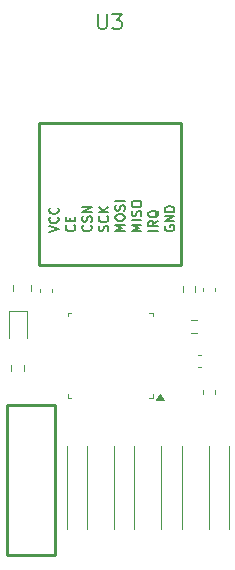
<source format=gbr>
%TF.GenerationSoftware,KiCad,Pcbnew,9.0.3*%
%TF.CreationDate,2025-07-11T23:11:04-05:00*%
%TF.ProjectId,Watch_PCB,57617463-685f-4504-9342-2e6b69636164,rev?*%
%TF.SameCoordinates,Original*%
%TF.FileFunction,Legend,Top*%
%TF.FilePolarity,Positive*%
%FSLAX46Y46*%
G04 Gerber Fmt 4.6, Leading zero omitted, Abs format (unit mm)*
G04 Created by KiCad (PCBNEW 9.0.3) date 2025-07-11 23:11:04*
%MOMM*%
%LPD*%
G01*
G04 APERTURE LIST*
%ADD10C,0.150000*%
%ADD11C,0.160000*%
%ADD12C,0.120000*%
%ADD13C,0.254000*%
G04 APERTURE END LIST*
D10*
X60032380Y-40809726D02*
X60032380Y-41837821D01*
X60032380Y-41837821D02*
X60092857Y-41958773D01*
X60092857Y-41958773D02*
X60153333Y-42019250D01*
X60153333Y-42019250D02*
X60274285Y-42079726D01*
X60274285Y-42079726D02*
X60516190Y-42079726D01*
X60516190Y-42079726D02*
X60637142Y-42019250D01*
X60637142Y-42019250D02*
X60697619Y-41958773D01*
X60697619Y-41958773D02*
X60758095Y-41837821D01*
X60758095Y-41837821D02*
X60758095Y-40809726D01*
X61241904Y-40809726D02*
X62028095Y-40809726D01*
X62028095Y-40809726D02*
X61604761Y-41293535D01*
X61604761Y-41293535D02*
X61786190Y-41293535D01*
X61786190Y-41293535D02*
X61907142Y-41354011D01*
X61907142Y-41354011D02*
X61967618Y-41414488D01*
X61967618Y-41414488D02*
X62028095Y-41535440D01*
X62028095Y-41535440D02*
X62028095Y-41837821D01*
X62028095Y-41837821D02*
X61967618Y-41958773D01*
X61967618Y-41958773D02*
X61907142Y-42019250D01*
X61907142Y-42019250D02*
X61786190Y-42079726D01*
X61786190Y-42079726D02*
X61423333Y-42079726D01*
X61423333Y-42079726D02*
X61302380Y-42019250D01*
X61302380Y-42019250D02*
X61241904Y-41958773D01*
D11*
X63691175Y-59165760D02*
X62891175Y-59165760D01*
X62891175Y-59165760D02*
X63462603Y-58899094D01*
X63462603Y-58899094D02*
X62891175Y-58632427D01*
X62891175Y-58632427D02*
X63691175Y-58632427D01*
X63691175Y-58251474D02*
X62891175Y-58251474D01*
X63653080Y-57908618D02*
X63691175Y-57794332D01*
X63691175Y-57794332D02*
X63691175Y-57603856D01*
X63691175Y-57603856D02*
X63653080Y-57527665D01*
X63653080Y-57527665D02*
X63614984Y-57489570D01*
X63614984Y-57489570D02*
X63538794Y-57451475D01*
X63538794Y-57451475D02*
X63462603Y-57451475D01*
X63462603Y-57451475D02*
X63386413Y-57489570D01*
X63386413Y-57489570D02*
X63348318Y-57527665D01*
X63348318Y-57527665D02*
X63310222Y-57603856D01*
X63310222Y-57603856D02*
X63272127Y-57756237D01*
X63272127Y-57756237D02*
X63234032Y-57832427D01*
X63234032Y-57832427D02*
X63195937Y-57870522D01*
X63195937Y-57870522D02*
X63119746Y-57908618D01*
X63119746Y-57908618D02*
X63043556Y-57908618D01*
X63043556Y-57908618D02*
X62967365Y-57870522D01*
X62967365Y-57870522D02*
X62929270Y-57832427D01*
X62929270Y-57832427D02*
X62891175Y-57756237D01*
X62891175Y-57756237D02*
X62891175Y-57565760D01*
X62891175Y-57565760D02*
X62929270Y-57451475D01*
X62891175Y-56956236D02*
X62891175Y-56803855D01*
X62891175Y-56803855D02*
X62929270Y-56727665D01*
X62929270Y-56727665D02*
X63005460Y-56651474D01*
X63005460Y-56651474D02*
X63157841Y-56613379D01*
X63157841Y-56613379D02*
X63424508Y-56613379D01*
X63424508Y-56613379D02*
X63576889Y-56651474D01*
X63576889Y-56651474D02*
X63653080Y-56727665D01*
X63653080Y-56727665D02*
X63691175Y-56803855D01*
X63691175Y-56803855D02*
X63691175Y-56956236D01*
X63691175Y-56956236D02*
X63653080Y-57032427D01*
X63653080Y-57032427D02*
X63576889Y-57108617D01*
X63576889Y-57108617D02*
X63424508Y-57146713D01*
X63424508Y-57146713D02*
X63157841Y-57146713D01*
X63157841Y-57146713D02*
X63005460Y-57108617D01*
X63005460Y-57108617D02*
X62929270Y-57032427D01*
X62929270Y-57032427D02*
X62891175Y-56956236D01*
X65091275Y-59165760D02*
X64291275Y-59165760D01*
X65091275Y-58327665D02*
X64710322Y-58594332D01*
X65091275Y-58784808D02*
X64291275Y-58784808D01*
X64291275Y-58784808D02*
X64291275Y-58480046D01*
X64291275Y-58480046D02*
X64329370Y-58403856D01*
X64329370Y-58403856D02*
X64367465Y-58365761D01*
X64367465Y-58365761D02*
X64443656Y-58327665D01*
X64443656Y-58327665D02*
X64557941Y-58327665D01*
X64557941Y-58327665D02*
X64634132Y-58365761D01*
X64634132Y-58365761D02*
X64672227Y-58403856D01*
X64672227Y-58403856D02*
X64710322Y-58480046D01*
X64710322Y-58480046D02*
X64710322Y-58784808D01*
X65167465Y-57451475D02*
X65129370Y-57527665D01*
X65129370Y-57527665D02*
X65053180Y-57603856D01*
X65053180Y-57603856D02*
X64938894Y-57718142D01*
X64938894Y-57718142D02*
X64900799Y-57794332D01*
X64900799Y-57794332D02*
X64900799Y-57870523D01*
X65091275Y-57832427D02*
X65053180Y-57908618D01*
X65053180Y-57908618D02*
X64976989Y-57984808D01*
X64976989Y-57984808D02*
X64824608Y-58022904D01*
X64824608Y-58022904D02*
X64557941Y-58022904D01*
X64557941Y-58022904D02*
X64405560Y-57984808D01*
X64405560Y-57984808D02*
X64329370Y-57908618D01*
X64329370Y-57908618D02*
X64291275Y-57832427D01*
X64291275Y-57832427D02*
X64291275Y-57680046D01*
X64291275Y-57680046D02*
X64329370Y-57603856D01*
X64329370Y-57603856D02*
X64405560Y-57527665D01*
X64405560Y-57527665D02*
X64557941Y-57489570D01*
X64557941Y-57489570D02*
X64824608Y-57489570D01*
X64824608Y-57489570D02*
X64976989Y-57527665D01*
X64976989Y-57527665D02*
X65053180Y-57603856D01*
X65053180Y-57603856D02*
X65091275Y-57680046D01*
X65091275Y-57680046D02*
X65091275Y-57832427D01*
X55891175Y-59280046D02*
X56691175Y-59013379D01*
X56691175Y-59013379D02*
X55891175Y-58746713D01*
X56614984Y-58022903D02*
X56653080Y-58060999D01*
X56653080Y-58060999D02*
X56691175Y-58175284D01*
X56691175Y-58175284D02*
X56691175Y-58251475D01*
X56691175Y-58251475D02*
X56653080Y-58365761D01*
X56653080Y-58365761D02*
X56576889Y-58441951D01*
X56576889Y-58441951D02*
X56500699Y-58480046D01*
X56500699Y-58480046D02*
X56348318Y-58518142D01*
X56348318Y-58518142D02*
X56234032Y-58518142D01*
X56234032Y-58518142D02*
X56081651Y-58480046D01*
X56081651Y-58480046D02*
X56005460Y-58441951D01*
X56005460Y-58441951D02*
X55929270Y-58365761D01*
X55929270Y-58365761D02*
X55891175Y-58251475D01*
X55891175Y-58251475D02*
X55891175Y-58175284D01*
X55891175Y-58175284D02*
X55929270Y-58060999D01*
X55929270Y-58060999D02*
X55967365Y-58022903D01*
X56614984Y-57222903D02*
X56653080Y-57260999D01*
X56653080Y-57260999D02*
X56691175Y-57375284D01*
X56691175Y-57375284D02*
X56691175Y-57451475D01*
X56691175Y-57451475D02*
X56653080Y-57565761D01*
X56653080Y-57565761D02*
X56576889Y-57641951D01*
X56576889Y-57641951D02*
X56500699Y-57680046D01*
X56500699Y-57680046D02*
X56348318Y-57718142D01*
X56348318Y-57718142D02*
X56234032Y-57718142D01*
X56234032Y-57718142D02*
X56081651Y-57680046D01*
X56081651Y-57680046D02*
X56005460Y-57641951D01*
X56005460Y-57641951D02*
X55929270Y-57565761D01*
X55929270Y-57565761D02*
X55891175Y-57451475D01*
X55891175Y-57451475D02*
X55891175Y-57375284D01*
X55891175Y-57375284D02*
X55929270Y-57260999D01*
X55929270Y-57260999D02*
X55967365Y-57222903D01*
X65729370Y-58746713D02*
X65691275Y-58822903D01*
X65691275Y-58822903D02*
X65691275Y-58937189D01*
X65691275Y-58937189D02*
X65729370Y-59051475D01*
X65729370Y-59051475D02*
X65805560Y-59127665D01*
X65805560Y-59127665D02*
X65881751Y-59165760D01*
X65881751Y-59165760D02*
X66034132Y-59203856D01*
X66034132Y-59203856D02*
X66148418Y-59203856D01*
X66148418Y-59203856D02*
X66300799Y-59165760D01*
X66300799Y-59165760D02*
X66376989Y-59127665D01*
X66376989Y-59127665D02*
X66453180Y-59051475D01*
X66453180Y-59051475D02*
X66491275Y-58937189D01*
X66491275Y-58937189D02*
X66491275Y-58860998D01*
X66491275Y-58860998D02*
X66453180Y-58746713D01*
X66453180Y-58746713D02*
X66415084Y-58708617D01*
X66415084Y-58708617D02*
X66148418Y-58708617D01*
X66148418Y-58708617D02*
X66148418Y-58860998D01*
X66491275Y-58365760D02*
X65691275Y-58365760D01*
X65691275Y-58365760D02*
X66491275Y-57908617D01*
X66491275Y-57908617D02*
X65691275Y-57908617D01*
X66491275Y-57527665D02*
X65691275Y-57527665D01*
X65691275Y-57527665D02*
X65691275Y-57337189D01*
X65691275Y-57337189D02*
X65729370Y-57222903D01*
X65729370Y-57222903D02*
X65805560Y-57146713D01*
X65805560Y-57146713D02*
X65881751Y-57108618D01*
X65881751Y-57108618D02*
X66034132Y-57070522D01*
X66034132Y-57070522D02*
X66148418Y-57070522D01*
X66148418Y-57070522D02*
X66300799Y-57108618D01*
X66300799Y-57108618D02*
X66376989Y-57146713D01*
X66376989Y-57146713D02*
X66453180Y-57222903D01*
X66453180Y-57222903D02*
X66491275Y-57337189D01*
X66491275Y-57337189D02*
X66491275Y-57527665D01*
X58015084Y-58708617D02*
X58053180Y-58746713D01*
X58053180Y-58746713D02*
X58091275Y-58860998D01*
X58091275Y-58860998D02*
X58091275Y-58937189D01*
X58091275Y-58937189D02*
X58053180Y-59051475D01*
X58053180Y-59051475D02*
X57976989Y-59127665D01*
X57976989Y-59127665D02*
X57900799Y-59165760D01*
X57900799Y-59165760D02*
X57748418Y-59203856D01*
X57748418Y-59203856D02*
X57634132Y-59203856D01*
X57634132Y-59203856D02*
X57481751Y-59165760D01*
X57481751Y-59165760D02*
X57405560Y-59127665D01*
X57405560Y-59127665D02*
X57329370Y-59051475D01*
X57329370Y-59051475D02*
X57291275Y-58937189D01*
X57291275Y-58937189D02*
X57291275Y-58860998D01*
X57291275Y-58860998D02*
X57329370Y-58746713D01*
X57329370Y-58746713D02*
X57367465Y-58708617D01*
X57672227Y-58365760D02*
X57672227Y-58099094D01*
X58091275Y-57984808D02*
X58091275Y-58365760D01*
X58091275Y-58365760D02*
X57291275Y-58365760D01*
X57291275Y-58365760D02*
X57291275Y-57984808D01*
X62291375Y-59165760D02*
X61491375Y-59165760D01*
X61491375Y-59165760D02*
X62062803Y-58899094D01*
X62062803Y-58899094D02*
X61491375Y-58632427D01*
X61491375Y-58632427D02*
X62291375Y-58632427D01*
X61491375Y-58099093D02*
X61491375Y-57946712D01*
X61491375Y-57946712D02*
X61529470Y-57870522D01*
X61529470Y-57870522D02*
X61605660Y-57794331D01*
X61605660Y-57794331D02*
X61758041Y-57756236D01*
X61758041Y-57756236D02*
X62024708Y-57756236D01*
X62024708Y-57756236D02*
X62177089Y-57794331D01*
X62177089Y-57794331D02*
X62253280Y-57870522D01*
X62253280Y-57870522D02*
X62291375Y-57946712D01*
X62291375Y-57946712D02*
X62291375Y-58099093D01*
X62291375Y-58099093D02*
X62253280Y-58175284D01*
X62253280Y-58175284D02*
X62177089Y-58251474D01*
X62177089Y-58251474D02*
X62024708Y-58289570D01*
X62024708Y-58289570D02*
X61758041Y-58289570D01*
X61758041Y-58289570D02*
X61605660Y-58251474D01*
X61605660Y-58251474D02*
X61529470Y-58175284D01*
X61529470Y-58175284D02*
X61491375Y-58099093D01*
X62253280Y-57451475D02*
X62291375Y-57337189D01*
X62291375Y-57337189D02*
X62291375Y-57146713D01*
X62291375Y-57146713D02*
X62253280Y-57070522D01*
X62253280Y-57070522D02*
X62215184Y-57032427D01*
X62215184Y-57032427D02*
X62138994Y-56994332D01*
X62138994Y-56994332D02*
X62062803Y-56994332D01*
X62062803Y-56994332D02*
X61986613Y-57032427D01*
X61986613Y-57032427D02*
X61948518Y-57070522D01*
X61948518Y-57070522D02*
X61910422Y-57146713D01*
X61910422Y-57146713D02*
X61872327Y-57299094D01*
X61872327Y-57299094D02*
X61834232Y-57375284D01*
X61834232Y-57375284D02*
X61796137Y-57413379D01*
X61796137Y-57413379D02*
X61719946Y-57451475D01*
X61719946Y-57451475D02*
X61643756Y-57451475D01*
X61643756Y-57451475D02*
X61567565Y-57413379D01*
X61567565Y-57413379D02*
X61529470Y-57375284D01*
X61529470Y-57375284D02*
X61491375Y-57299094D01*
X61491375Y-57299094D02*
X61491375Y-57108617D01*
X61491375Y-57108617D02*
X61529470Y-56994332D01*
X62291375Y-56651474D02*
X61491375Y-56651474D01*
X59415084Y-58708617D02*
X59453180Y-58746713D01*
X59453180Y-58746713D02*
X59491275Y-58860998D01*
X59491275Y-58860998D02*
X59491275Y-58937189D01*
X59491275Y-58937189D02*
X59453180Y-59051475D01*
X59453180Y-59051475D02*
X59376989Y-59127665D01*
X59376989Y-59127665D02*
X59300799Y-59165760D01*
X59300799Y-59165760D02*
X59148418Y-59203856D01*
X59148418Y-59203856D02*
X59034132Y-59203856D01*
X59034132Y-59203856D02*
X58881751Y-59165760D01*
X58881751Y-59165760D02*
X58805560Y-59127665D01*
X58805560Y-59127665D02*
X58729370Y-59051475D01*
X58729370Y-59051475D02*
X58691275Y-58937189D01*
X58691275Y-58937189D02*
X58691275Y-58860998D01*
X58691275Y-58860998D02*
X58729370Y-58746713D01*
X58729370Y-58746713D02*
X58767465Y-58708617D01*
X59453180Y-58403856D02*
X59491275Y-58289570D01*
X59491275Y-58289570D02*
X59491275Y-58099094D01*
X59491275Y-58099094D02*
X59453180Y-58022903D01*
X59453180Y-58022903D02*
X59415084Y-57984808D01*
X59415084Y-57984808D02*
X59338894Y-57946713D01*
X59338894Y-57946713D02*
X59262703Y-57946713D01*
X59262703Y-57946713D02*
X59186513Y-57984808D01*
X59186513Y-57984808D02*
X59148418Y-58022903D01*
X59148418Y-58022903D02*
X59110322Y-58099094D01*
X59110322Y-58099094D02*
X59072227Y-58251475D01*
X59072227Y-58251475D02*
X59034132Y-58327665D01*
X59034132Y-58327665D02*
X58996037Y-58365760D01*
X58996037Y-58365760D02*
X58919846Y-58403856D01*
X58919846Y-58403856D02*
X58843656Y-58403856D01*
X58843656Y-58403856D02*
X58767465Y-58365760D01*
X58767465Y-58365760D02*
X58729370Y-58327665D01*
X58729370Y-58327665D02*
X58691275Y-58251475D01*
X58691275Y-58251475D02*
X58691275Y-58060998D01*
X58691275Y-58060998D02*
X58729370Y-57946713D01*
X59491275Y-57603855D02*
X58691275Y-57603855D01*
X58691275Y-57603855D02*
X59491275Y-57146712D01*
X59491275Y-57146712D02*
X58691275Y-57146712D01*
X60853280Y-59203856D02*
X60891375Y-59089570D01*
X60891375Y-59089570D02*
X60891375Y-58899094D01*
X60891375Y-58899094D02*
X60853280Y-58822903D01*
X60853280Y-58822903D02*
X60815184Y-58784808D01*
X60815184Y-58784808D02*
X60738994Y-58746713D01*
X60738994Y-58746713D02*
X60662803Y-58746713D01*
X60662803Y-58746713D02*
X60586613Y-58784808D01*
X60586613Y-58784808D02*
X60548518Y-58822903D01*
X60548518Y-58822903D02*
X60510422Y-58899094D01*
X60510422Y-58899094D02*
X60472327Y-59051475D01*
X60472327Y-59051475D02*
X60434232Y-59127665D01*
X60434232Y-59127665D02*
X60396137Y-59165760D01*
X60396137Y-59165760D02*
X60319946Y-59203856D01*
X60319946Y-59203856D02*
X60243756Y-59203856D01*
X60243756Y-59203856D02*
X60167565Y-59165760D01*
X60167565Y-59165760D02*
X60129470Y-59127665D01*
X60129470Y-59127665D02*
X60091375Y-59051475D01*
X60091375Y-59051475D02*
X60091375Y-58860998D01*
X60091375Y-58860998D02*
X60129470Y-58746713D01*
X60815184Y-57946712D02*
X60853280Y-57984808D01*
X60853280Y-57984808D02*
X60891375Y-58099093D01*
X60891375Y-58099093D02*
X60891375Y-58175284D01*
X60891375Y-58175284D02*
X60853280Y-58289570D01*
X60853280Y-58289570D02*
X60777089Y-58365760D01*
X60777089Y-58365760D02*
X60700899Y-58403855D01*
X60700899Y-58403855D02*
X60548518Y-58441951D01*
X60548518Y-58441951D02*
X60434232Y-58441951D01*
X60434232Y-58441951D02*
X60281851Y-58403855D01*
X60281851Y-58403855D02*
X60205660Y-58365760D01*
X60205660Y-58365760D02*
X60129470Y-58289570D01*
X60129470Y-58289570D02*
X60091375Y-58175284D01*
X60091375Y-58175284D02*
X60091375Y-58099093D01*
X60091375Y-58099093D02*
X60129470Y-57984808D01*
X60129470Y-57984808D02*
X60167565Y-57946712D01*
X60891375Y-57603855D02*
X60091375Y-57603855D01*
X60891375Y-57146712D02*
X60434232Y-57489570D01*
X60091375Y-57146712D02*
X60548518Y-57603855D01*
D12*
%TO.C,1k1*%
X53722500Y-70512742D02*
X53722500Y-70987258D01*
X52677500Y-70512742D02*
X52677500Y-70987258D01*
%TO.C,U1*%
X65627500Y-73480000D02*
X64947500Y-73480000D01*
X65287500Y-73010000D01*
X65627500Y-73480000D01*
G36*
X65627500Y-73480000D02*
G01*
X64947500Y-73480000D01*
X65287500Y-73010000D01*
X65627500Y-73480000D01*
G37*
X64685000Y-73310000D02*
X64685000Y-73010000D01*
X64685000Y-66090000D02*
X64685000Y-66390000D01*
X64385000Y-73310000D02*
X64685000Y-73310000D01*
X64385000Y-66090000D02*
X64685000Y-66090000D01*
X57765000Y-73310000D02*
X57465000Y-73310000D01*
X57765000Y-66090000D02*
X57465000Y-66090000D01*
X57465000Y-73310000D02*
X57465000Y-73010000D01*
X57465000Y-66090000D02*
X57465000Y-66390000D01*
D13*
%TO.C,U3*%
X67061500Y-62061500D02*
X67061500Y-50061500D01*
X67061500Y-50061500D02*
X55061500Y-50061500D01*
X55061500Y-62061500D02*
X67061500Y-62061500D01*
X55061500Y-50061500D02*
X55061500Y-62061500D01*
D12*
%TO.C,1uF1*%
X69910000Y-72940580D02*
X69910000Y-72659420D01*
X68890000Y-72940580D02*
X68890000Y-72659420D01*
%TO.C,100nF1*%
X68740580Y-69640000D02*
X68459420Y-69640000D01*
X68740580Y-70660000D02*
X68459420Y-70660000D01*
%TO.C,4.7uF1*%
X52845000Y-64241252D02*
X52845000Y-63718748D01*
X54315000Y-64241252D02*
X54315000Y-63718748D01*
%TO.C,100pF1*%
X69910000Y-64240580D02*
X69910000Y-63959420D01*
X68890000Y-64240580D02*
X68890000Y-63959420D01*
%TO.C,10k1*%
X68387258Y-66727500D02*
X67912742Y-66727500D01*
X68387258Y-67772500D02*
X67912742Y-67772500D01*
%TO.C,1M1*%
X67227500Y-64337258D02*
X67227500Y-63862742D01*
X68272500Y-64337258D02*
X68272500Y-63862742D01*
%TO.C,J3*%
X71110000Y-77360000D02*
X71110000Y-84390000D01*
X69390000Y-77360000D02*
X69390000Y-84390000D01*
X67110000Y-77360000D02*
X67110000Y-84390000D01*
X65390000Y-77360000D02*
X65390000Y-84390000D01*
X63110000Y-77360000D02*
X63110000Y-84390000D01*
X61390000Y-77360000D02*
X61390000Y-84390000D01*
X59110000Y-77360000D02*
X59110000Y-84390000D01*
X57390000Y-77360000D02*
X57390000Y-84390000D01*
D13*
%TO.C,J4*%
X56397000Y-73900000D02*
X56397000Y-86600000D01*
X54365000Y-73900000D02*
X56397000Y-73900000D01*
X52333000Y-73900000D02*
X54365000Y-73900000D01*
X56397000Y-86600000D02*
X52333000Y-86600000D01*
X52333000Y-86600000D02*
X52333000Y-73900000D01*
D12*
%TO.C,D1*%
X52515000Y-65915000D02*
X52515000Y-68200000D01*
X53985000Y-65915000D02*
X52515000Y-65915000D01*
X53985000Y-68200000D02*
X53985000Y-65915000D01*
%TO.C,100nF2*%
X55140000Y-64059420D02*
X55140000Y-64340580D01*
X56160000Y-64059420D02*
X56160000Y-64340580D01*
%TD*%
M02*

</source>
